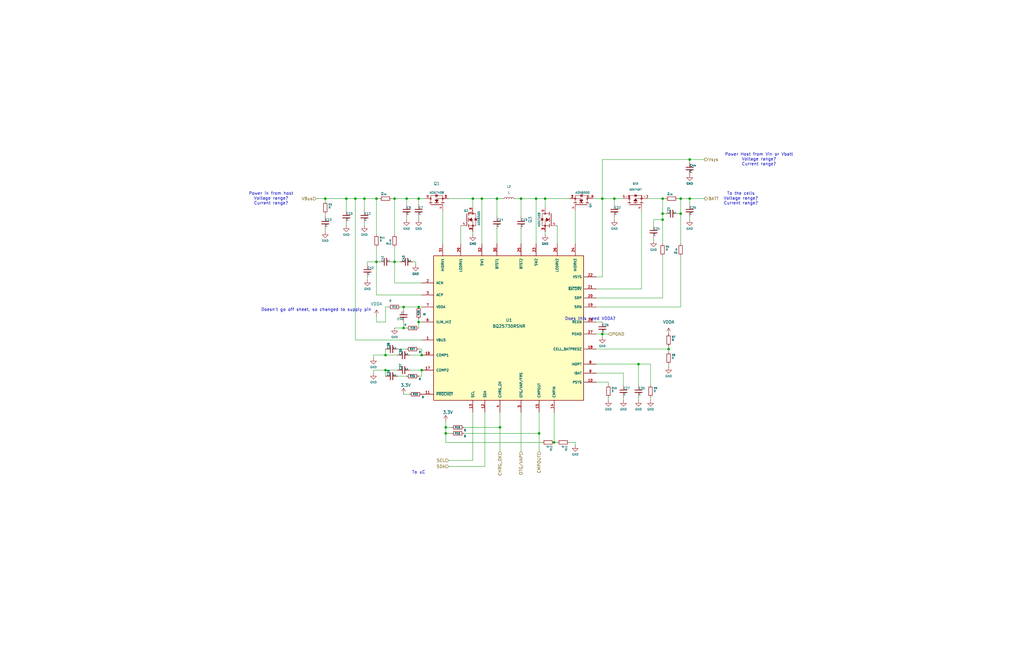
<source format=kicad_sch>
(kicad_sch (version 20250114) (generator "eeschema") (generator_version "9.0")
  (paper "B")
  (title_block (title "Battery Management System") (date "2025-04-20") (rev "0.0.3") (company "Portland State University") (comment 1 "Fernando Custodio, Tyler Tran") (comment 2 "Daniel Anishchenko, Cuauhtemoc Gomez, Cody Reid") (comment 3 "Capstone - Team #6"))
  (lib_symbols
    (symbol "AON6500_1" (pin_names (offset 1.016))
      (property "Reference" "Q" (at -8.89 2.54 0))
      (property "Value" "AON6500" (at -8.89 -7.62 0))
      (symbol "AON6500_1_0_0"
        (polyline (pts (xy 0 2.54) (xy 0 -2.54)) (stroke (width 0.254)))
        (polyline (pts (xy 0.762 3.175) (xy 0.762 2.54)) (stroke (width 0.254)))
        (polyline (pts (xy 0.762 2.54) (xy 0.762 1.905)) (stroke (width 0.254)))
        (polyline (pts (xy 0.762 2.54) (xy 3.81 2.54)) (stroke (width 0.1524)))
        (polyline (pts (xy 0.762 0.762) (xy 0.762 0)) (stroke (width 0.254)))
        (polyline (pts (xy 0.762 0) (xy 0.762 -0.762)) (stroke (width 0.254)))
        (polyline (pts (xy 0.762 0) (xy 2.54 0)) (stroke (width 0.1524)))
        (polyline (pts (xy 0.762 -1.905) (xy 0.762 -3.175)) (stroke (width 0.254)))
        (polyline (pts (xy 1.016 0) (xy 2.032 0.762) (xy 2.032 -0.762) (xy 1.016 0)) (stroke (width 0.1524)) (fill (type outline)))
        (circle (center 2.54 2.54) (radius 0.3592))
        (polyline (pts (xy 2.54 0) (xy 2.54 -2.54)) (stroke (width 0.1524)))
        (circle (center 2.54 -2.54) (radius 0.3592))
        (polyline (pts (xy 3.302 0.508) (xy 3.048 0.254)) (stroke (width 0.1524)))
        (polyline (pts (xy 3.81 2.54) (xy 3.81 0.508)) (stroke (width 0.1524)))
        (polyline (pts (xy 3.81 0.508) (xy 3.302 0.508)) (stroke (width 0.1524)))
        (polyline (pts (xy 3.81 0.508) (xy 3.81 -2.54)) (stroke (width 0.1524)))
        (polyline (pts (xy 3.81 0.508) (xy 3.302 -0.254) (xy 4.318 -0.254) (xy 3.81 0.508)) (stroke (width 0.1524)) (fill (type outline)))
        (polyline (pts (xy 3.81 -2.54) (xy 0.762 -2.54)) (stroke (width 0.1524)))
        (polyline (pts (xy 4.318 0.508) (xy 3.81 0.508)) (stroke (width 0.1524)))
        (polyline (pts (xy 4.572 0.762) (xy 4.318 0.508)) (stroke (width 0.1524)))
        (pin passive line (at -2.54 -2.54 0) (length 2.54) (name "~") (number "4"))
        (pin passive line (at 2.54 5.08 270) (length 2.54) (name "~") (number "5_8"))
        (pin passive line (at 2.54 -5.08 90) (length 2.54) (name "~") (number "1"))
        (pin passive line (at 2.54 -5.08 90) (length 2.54) (name "~") (number "2"))
        (pin passive line (at 2.54 -5.08 90) (length 2.54) (name "~") (number "3"))
      )
    )
    (symbol "AON7407:AON7407" (pin_names (offset 1.016))
      (property "Reference" "Q5" (at 8.89 0 90))
      (property "Value" "AON7407" (at 6.35 0 90))
      (symbol "AON7407_0_0"
        (polyline (pts (xy 0 -2.54) (xy 0 2.54)) (stroke (width 0.254)))
        (polyline (pts (xy 0.762 2.54) (xy 0.762 3.175)) (stroke (width 0.254)))
        (polyline (pts (xy 0.762 1.905) (xy 0.762 2.54)) (stroke (width 0.254)))
        (polyline (pts (xy 0.762 0) (xy 0.762 0.762)) (stroke (width 0.254)))
        (polyline (pts (xy 0.762 0) (xy 2.54 0)) (stroke (width 0.1524)))
        (polyline (pts (xy 0.762 -0.762) (xy 0.762 0)) (stroke (width 0.254)))
        (polyline (pts (xy 0.762 -2.54) (xy 0.762 -1.905)) (stroke (width 0.254)))
        (polyline (pts (xy 0.762 -2.54) (xy 3.81 -2.54)) (stroke (width 0.1524)))
        (polyline (pts (xy 0.762 -3.175) (xy 0.762 -2.54)) (stroke (width 0.254)))
        (polyline (pts (xy 2.54 2.54) (xy 0.762 2.54)) (stroke (width 0.1524)))
        (polyline (pts (xy 2.54 2.54) (xy 3.81 2.54)) (stroke (width 0.1524)))
        (circle (center 2.54 2.54) (radius 0.3592))
        (polyline (pts (xy 2.54 0) (xy 2.54 2.54)) (stroke (width 0.1524)))
        (polyline (pts (xy 2.54 0) (xy 1.524 0.762) (xy 1.524 -0.762) (xy 2.54 0)) (stroke (width 0.1524)) (fill (type outline)))
        (circle (center 2.54 -2.54) (radius 0.3592))
        (polyline (pts (xy 3.302 0.508) (xy 3.81 0.508)) (stroke (width 0.1524)))
        (polyline (pts (xy 3.81 0.508) (xy 3.81 2.54)) (stroke (width 0.1524)))
        (polyline (pts (xy 3.81 0.508) (xy 4.318 0.508)) (stroke (width 0.1524)))
        (polyline (pts (xy 3.81 0.508) (xy 4.318 -0.254) (xy 3.302 -0.254) (xy 3.81 0.508)) (stroke (width 0.1524)) (fill (type outline)))
        (polyline (pts (xy 3.81 -2.54) (xy 3.81 0.508)) (stroke (width 0.1524)))
        (pin passive line (at -2.54 2.54 0) (length 2.54) (name "~") (number "4"))
      )
      (symbol "AON7407_1_0"
        (pin passive line (at 2.54 5.08 270) (length 2.54) (name "~") (number "1-3"))
        (pin passive line (at 2.54 -5.08 90) (length 2.54) (name "~") (number "5-8"))
      )
    )
    (symbol "AON7408_1" (pin_names (offset 1.016))
      (property "Reference" "Q" (at -8.89 2.54 0))
      (property "Value" "AON7408" (at -8.89 -7.62 0))
      (symbol "AON7408_1_0_0"
        (polyline (pts (xy 0 2.54) (xy 0 -2.54)) (stroke (width 0.254)))
        (polyline (pts (xy 0.762 3.175) (xy 0.762 2.54)) (stroke (width 0.254)))
        (polyline (pts (xy 0.762 2.54) (xy 0.762 1.905)) (stroke (width 0.254)))
        (polyline (pts (xy 0.762 2.54) (xy 3.81 2.54)) (stroke (width 0.1524)))
        (polyline (pts (xy 0.762 0.762) (xy 0.762 0)) (stroke (width 0.254)))
        (polyline (pts (xy 0.762 0) (xy 0.762 -0.762)) (stroke (width 0.254)))
        (polyline (pts (xy 0.762 0) (xy 2.54 0)) (stroke (width 0.1524)))
        (polyline (pts (xy 0.762 -1.905) (xy 0.762 -3.175)) (stroke (width 0.254)))
        (polyline (pts (xy 1.016 0) (xy 2.032 0.762) (xy 2.032 -0.762) (xy 1.016 0)) (stroke (width 0.1524)) (fill (type outline)))
        (circle (center 2.54 2.54) (radius 0.3592))
        (polyline (pts (xy 2.54 0) (xy 2.54 -2.54)) (stroke (width 0.1524)))
        (circle (center 2.54 -2.54) (radius 0.3592))
        (polyline (pts (xy 3.302 0.508) (xy 3.048 0.254)) (stroke (width 0.1524)))
        (polyline (pts (xy 3.81 2.54) (xy 3.81 0.508)) (stroke (width 0.1524)))
        (polyline (pts (xy 3.81 0.508) (xy 3.302 0.508)) (stroke (width 0.1524)))
        (polyline (pts (xy 3.81 0.508) (xy 3.81 -2.54)) (stroke (width 0.1524)))
        (polyline (pts (xy 3.81 0.508) (xy 3.302 -0.254) (xy 4.318 -0.254) (xy 3.81 0.508)) (stroke (width 0.1524)) (fill (type outline)))
        (polyline (pts (xy 3.81 -2.54) (xy 0.762 -2.54)) (stroke (width 0.1524)))
        (polyline (pts (xy 4.318 0.508) (xy 3.81 0.508)) (stroke (width 0.1524)))
        (polyline (pts (xy 4.572 0.762) (xy 4.318 0.508)) (stroke (width 0.1524)))
        (pin passive line (at -2.54 -2.54 0) (length 2.54) (name "~") (number "4"))
        (pin passive line (at 2.54 5.08 270) (length 2.54) (name "~") (number "9"))
        (pin passive line (at 2.54 -5.08 90) (length 2.54) (name "~") (number "1"))
        (pin passive line (at 2.54 -5.08 90) (length 2.54) (name "~") (number "2"))
        (pin passive line (at 2.54 -5.08 90) (length 2.54) (name "~") (number "3"))
      )
    )
    (symbol "BQ25730RSNR_1" (pin_names (offset 1.016))
      (property "Reference" "U1" (at 0 2.032 0))
      (property "Value" "BQ25730RSNR" (at 0 -0.508 0))
      (symbol "BQ25730RSNR_1_0_0"
        (rectangle (start -31.75 29.21) (end 31.496 -31.75) (stroke (width 0.254)) (fill (type background)))
        (pin input line (at -36.83 17.78 0) (length 5.08) (name "ACN") (number "2"))
        (pin input line (at -36.83 12.7 0) (length 5.08) (name "ACP") (number "3"))
        (pin power_in line (at -36.83 7.62 0) (length 5.08) (name "VDDA") (number "7"))
        (pin input line (at -36.83 1.27 0) (length 5.08) (name "ILIM_HIZ") (number "6"))
        (pin power_in line (at -36.83 -6.35 0) (length 5.08) (name "VBUS") (number "1"))
        (pin input line (at -36.83 -12.7 0) (length 5.08) (name "COMP1") (number "16"))
        (pin input line (at -36.83 -19.05 0) (length 5.08) (name "COMP2") (number "17"))
        (pin output line (at -36.83 -29.21 0) (length 5.08) (name "~{PROCHOT}") (number "11"))
        (pin output line (at -27.94 34.29 270) (length 5.08) (name "HIDRV1") (number "31"))
        (pin output line (at -20.32 34.29 270) (length 5.08) (name "LODRV1") (number "29"))
        (pin output line (at -11.43 34.29 270) (length 5.08) (name "SW1") (number "32"))
        (pin bidirectional line (at -10.16 -36.83 90) (length 5.08) (name "SDA") (number "12"))
        (pin power_in line (at -5.08 34.29 270) (length 5.08) (name "BTST1") (number "30"))
        (pin output line (at -3.81 -36.83 90) (length 5.08) (name "CHRG_OK") (number "4"))
        (pin power_in line (at 5.08 34.29 270) (length 5.08) (name "BTST2") (number "25"))
        (pin input line (at 5.08 -36.83 90) (length 5.08) (name "OTG/VAP/FRS") (number "5"))
        (pin output line (at 11.43 34.29 270) (length 5.08) (name "SW2") (number "23"))
        (pin output line (at 12.7 -36.83 90) (length 5.08) (name "CMPOUT") (number "15"))
        (pin input line (at 19.05 -36.83 90) (length 5.08) (name "CMPIN") (number "14"))
        (pin output line (at 20.32 34.29 270) (length 5.08) (name "LODRV2") (number "26"))
        (pin output line (at 27.94 34.29 270) (length 5.08) (name "HIDRV2") (number "24"))
        (pin power_in line (at 36.83 20.32 180) (length 5.08) (name "VSYS") (number "22"))
        (pin output line (at 36.83 15.24 180) (length 5.08) (name "~{BATDRV}") (number "21"))
        (pin input line (at 36.83 11.43 180) (length 5.08) (name "SRP") (number "20"))
        (pin input line (at 36.83 7.62 180) (length 5.08) (name "SRN") (number "19"))
        (pin output line (at 36.83 1.27 180) (length 5.08) (name "REGN") (number "28"))
        (pin power_in line (at 36.83 -3.81 180) (length 5.08) (name "PGND") (number "27"))
        (pin input line (at 36.83 -10.16 180) (length 5.08) (name "CELL_BATPRESZ") (number "18"))
        (pin output line (at 36.83 -16.51 180) (length 5.08) (name "IADPT") (number "8"))
        (pin output line (at 36.83 -20.32 180) (length 5.08) (name "IBAT") (number "9"))
        (pin output line (at 36.83 -24.13 180) (length 5.08) (name "PSYS") (number "10"))
      )
      (symbol "BQ25730RSNR_1_1_0"
        (pin bidirectional line (at -15.24 -36.83 90) (length 5.08) (name "SCL") (number "13"))
      )
    )
    (symbol "Device:C_Small" (pin_numbers (hide yes)) (pin_names (offset 0.254) (hide yes))
      (property "Reference" "C" (at 0.254 1.778 0))
      (property "Value" "C_Small" (at 0.254 -2.032 0))
      (symbol "C_Small_0_1"
        (polyline (pts (xy -1.524 0.508) (xy 1.524 0.508)) (stroke (width 0.3048)))
        (polyline (pts (xy -1.524 -0.508) (xy 1.524 -0.508)) (stroke (width 0.3302)))
      )
      (symbol "C_Small_1_1"
        (pin passive line (at 0 2.54 270) (length 2.032) (name "~") (number "1"))
        (pin passive line (at 0 -2.54 90) (length 2.032) (name "~") (number "2"))
      )
    )
    (symbol "Device:L_Small" (pin_numbers (hide yes)) (pin_names (offset 0.254) (hide yes))
      (property "Reference" "L" (at 0.762 1.016 0))
      (property "Value" "L_Small" (at 0.762 -1.016 0))
      (symbol "L_Small_0_1"
        (arc (start 0 2.032) (mid 0.5058 1.524) (end 0 1.016))
        (arc (start 0 1.016) (mid 0.5058 0.508) (end 0 0))
        (arc (start 0 0) (mid 0.5058 -0.508) (end 0 -1.016))
        (arc (start 0 -1.016) (mid 0.5058 -1.524) (end 0 -2.032))
      )
      (symbol "L_Small_1_1"
        (pin passive line (at 0 2.54 270) (length 0.508) (name "~") (number "1"))
        (pin passive line (at 0 -2.54 90) (length 0.508) (name "~") (number "2"))
      )
    )
    (symbol "Device:R_Small" (pin_numbers (hide yes)) (pin_names (offset 0.254) (hide yes))
      (property "Reference" "R" (at 0 0 90))
      (property "Value" "R_Small" (at 1.778 0 90))
      (symbol "R_Small_0_1"
        (rectangle (start -0.762 1.778) (end 0.762 -1.778) (stroke (width 0.2032)))
      )
      (symbol "R_Small_1_1"
        (pin passive line (at 0 2.54 270) (length 0.762) (name "~") (number "1"))
        (pin passive line (at 0 -2.54 90) (length 0.762) (name "~") (number "2"))
      )
    )
    (symbol "power:GND" (power) (pin_numbers (hide yes)) (pin_names (offset 0) (hide yes))
      (property "Value" "GND" (at 0 -3.81 0))
      (symbol "GND_0_1"
        (polyline (pts (xy 0 0) (xy 0 -1.27) (xy 1.27 -1.27) (xy 0 -2.54) (xy -1.27 -1.27) (xy 0 -1.27)))
      )
      (symbol "GND_1_1"
        (pin power_in line (at 0 0 270) (length 0) (name "~") (number "1"))
      )
    )
    (symbol "power:VCC" (power) (pin_numbers (hide yes)) (pin_names (offset 0) (hide yes))
      (property "Value" "VCC" (at 0 3.556 0))
      (symbol "VCC_0_1"
        (polyline (pts (xy -0.762 1.27) (xy 0 2.54)))
        (polyline (pts (xy 0 2.54) (xy 0.762 1.27)))
        (polyline (pts (xy 0 0) (xy 0 2.54)))
      )
      (symbol "VCC_1_1"
        (pin power_in line (at 0 0 90) (length 0) (name "~") (number "1"))
      )
    )
  )
  (text "Does this need VDDA?" (at 248.92 134.62 0) (effects (font (size 1.27 1.27))))
  (text "To uC" (at 176.53 199.39 0) (effects (font (size 1.27 1.27))))
  (text "Doesn't go off sheet, so changed to supply pin\n" (at 133.35 130.81 0) (effects (font (size 1.27 1.27))))
  (text "Power in from host\nVoltage range?\nCurrent range?" (at 114.3 83.82 0) (effects (font (size 1.27 1.27))))
  (text "To the cells\nVoltage range?\nCurrent range?" (at 312.42 83.82 0) (effects (font (size 1.27 1.27))))
  (text "Power Host from Vin or Vbatt\nVoltage range?\nCurrent range?" (at 320.04 67.31 0) (effects (font (size 1.27 1.27))))
  (junction (at 137.16 83.82))
  (junction (at 187.96 182.88))
  (junction (at 210.82 180.34))
  (junction (at 254 140.97))
  (junction (at 158.75 110.49))
  (junction (at 170.18 138.43))
  (junction (at 290.83 83.82))
  (junction (at 281.94 147.32))
  (junction (at 233.68 186.69))
  (junction (at 162.56 149.86))
  (junction (at 171.45 83.82))
  (junction (at 290.83 67.31))
  (junction (at 287.02 90.17))
  (junction (at 229.87 83.82))
  (junction (at 187.96 180.34))
  (junction (at 199.39 83.82))
  (junction (at 176.53 83.82))
  (junction (at 149.86 83.82))
  (junction (at 166.37 83.82))
  (junction (at 209.55 83.82))
  (junction (at 158.75 83.82))
  (junction (at 153.67 83.82))
  (junction (at 287.02 83.82))
  (junction (at 176.53 135.89))
  (junction (at 177.8 156.21))
  (junction (at 162.56 156.21))
  (junction (at 146.05 83.82))
  (junction (at 226.06 83.82))
  (junction (at 279.4 90.17))
  (junction (at 177.8 149.86))
  (junction (at 279.4 83.82))
  (junction (at 219.71 83.82))
  (junction (at 254 83.82))
  (junction (at 170.18 129.54))
  (junction (at 259.08 83.82))
  (junction (at 203.2 83.82))
  (junction (at 166.37 110.49))
  (junction (at 176.53 129.54))
  (junction (at 269.24 153.67))
  (junction (at 279.4 92.71))
  (junction (at 227.33 182.88))
  (wire (pts (xy 229.87 97.79) (xy 229.87 99.06)))
  (wire (pts (xy 279.4 92.71) (xy 279.4 102.87)))
  (wire (pts (xy 154.94 116.84) (xy 154.94 118.11)))
  (wire (pts (xy 285.75 90.17) (xy 287.02 90.17)))
  (wire (pts (xy 287.02 83.82) (xy 290.83 83.82)))
  (wire (pts (xy 290.83 83.82) (xy 297.18 83.82)))
  (wire (pts (xy 275.59 100.33) (xy 275.59 101.6)))
  (wire (pts (xy 177.8 135.89) (xy 176.53 135.89)))
  (wire (pts (xy 157.48 149.86) (xy 162.56 149.86)))
  (wire (pts (xy 287.02 90.17) (xy 287.02 102.87)))
  (wire (pts (xy 269.24 153.67) (xy 274.32 153.67)))
  (wire (pts (xy 137.16 96.52) (xy 137.16 97.79)))
  (wire (pts (xy 167.64 158.75) (xy 171.45 158.75)))
  (wire (pts (xy 137.16 90.17) (xy 137.16 91.44)))
  (wire (pts (xy 195.58 180.34) (xy 210.82 180.34)))
  (wire (pts (xy 177.8 147.32) (xy 177.8 149.86)))
  (wire (pts (xy 187.96 180.34) (xy 190.5 180.34)))
  (wire (pts (xy 210.82 180.34) (xy 210.82 190.5)))
  (wire (pts (xy 259.08 83.82) (xy 259.08 86.36)))
  (wire (pts (xy 149.86 83.82) (xy 153.67 83.82)))
  (wire (pts (xy 133.35 83.82) (xy 137.16 83.82)))
  (wire (pts (xy 158.75 135.89) (xy 158.75 133.35)))
  (wire (pts (xy 171.45 83.82) (xy 176.53 83.82)))
  (wire (pts (xy 262.89 157.48) (xy 262.89 162.56)))
  (wire (pts (xy 203.2 83.82) (xy 203.2 102.87)))
  (wire (pts (xy 153.67 93.98) (xy 153.67 95.25)))
  (wire (pts (xy 137.16 83.82) (xy 137.16 85.09)))
  (wire (pts (xy 281.94 153.67) (xy 281.94 154.94)))
  (wire (pts (xy 251.46 125.73) (xy 279.4 125.73)))
  (wire (pts (xy 217.17 83.82) (xy 219.71 83.82)))
  (wire (pts (xy 158.75 83.82) (xy 160.02 83.82)))
  (wire (pts (xy 274.32 167.64) (xy 274.32 168.91)))
  (wire (pts (xy 158.75 110.49) (xy 160.02 110.49)))
  (wire (pts (xy 259.08 91.44) (xy 259.08 92.71)))
  (wire (pts (xy 250.19 83.82) (xy 254 83.82)))
  (wire (pts (xy 154.94 111.76) (xy 154.94 110.49)))
  (wire (pts (xy 199.39 83.82) (xy 203.2 83.82)))
  (wire (pts (xy 256.54 161.29) (xy 256.54 162.56)))
  (wire (pts (xy 189.23 194.31) (xy 199.39 194.31)))
  (wire (pts (xy 170.18 138.43) (xy 171.45 138.43)))
  (wire (pts (xy 270.51 88.9) (xy 270.51 121.92)))
  (wire (pts (xy 254 140.97) (xy 256.54 140.97)))
  (wire (pts (xy 177.8 143.51) (xy 149.86 143.51)))
  (wire (pts (xy 194.31 95.25) (xy 194.31 102.87)))
  (wire (pts (xy 176.53 158.75) (xy 177.8 158.75)))
  (wire (pts (xy 172.72 166.37) (xy 170.18 166.37)))
  (wire (pts (xy 227.33 173.99) (xy 227.33 182.88)))
  (wire (pts (xy 287.02 129.54) (xy 287.02 107.95)))
  (wire (pts (xy 226.06 83.82) (xy 229.87 83.82)))
  (wire (pts (xy 158.75 104.14) (xy 158.75 110.49)))
  (wire (pts (xy 176.53 135.89) (xy 176.53 138.43)))
  (wire (pts (xy 162.56 156.21) (xy 162.56 158.75)))
  (wire (pts (xy 171.45 83.82) (xy 171.45 86.36)))
  (wire (pts (xy 279.4 125.73) (xy 279.4 107.95)))
  (wire (pts (xy 186.69 88.9) (xy 186.69 102.87)))
  (wire (pts (xy 187.96 182.88) (xy 187.96 186.69)))
  (wire (pts (xy 275.59 95.25) (xy 275.59 92.71)))
  (wire (pts (xy 285.75 83.82) (xy 287.02 83.82)))
  (wire (pts (xy 240.03 186.69) (xy 242.57 186.69)))
  (wire (pts (xy 163.83 129.54) (xy 162.56 129.54)))
  (wire (pts (xy 229.87 83.82) (xy 240.03 83.82)))
  (wire (pts (xy 175.26 111.76) (xy 175.26 110.49)))
  (wire (pts (xy 168.91 129.54) (xy 170.18 129.54)))
  (wire (pts (xy 219.71 83.82) (xy 226.06 83.82)))
  (wire (pts (xy 187.96 177.8) (xy 187.96 180.34)))
  (wire (pts (xy 256.54 167.64) (xy 256.54 168.91)))
  (wire (pts (xy 176.53 129.54) (xy 177.8 129.54)))
  (wire (pts (xy 254 83.82) (xy 254 67.31)))
  (wire (pts (xy 170.18 129.54) (xy 176.53 129.54)))
  (wire (pts (xy 279.4 90.17) (xy 279.4 83.82)))
  (wire (pts (xy 269.24 153.67) (xy 269.24 162.56)))
  (wire (pts (xy 229.87 83.82) (xy 229.87 87.63)))
  (wire (pts (xy 251.46 157.48) (xy 262.89 157.48)))
  (wire (pts (xy 204.47 196.85) (xy 204.47 173.99)))
  (wire (pts (xy 290.83 91.44) (xy 290.83 92.71)))
  (wire (pts (xy 242.57 186.69) (xy 242.57 187.96)))
  (wire (pts (xy 270.51 121.92) (xy 251.46 121.92)))
  (wire (pts (xy 279.4 83.82) (xy 280.67 83.82)))
  (wire (pts (xy 166.37 104.14) (xy 166.37 110.49)))
  (wire (pts (xy 233.68 186.69) (xy 234.95 186.69)))
  (wire (pts (xy 176.53 83.82) (xy 176.53 86.36)))
  (wire (pts (xy 176.53 134.62) (xy 176.53 135.89)))
  (wire (pts (xy 219.71 83.82) (xy 219.71 91.44)))
  (wire (pts (xy 281.94 146.05) (xy 281.94 147.32)))
  (wire (pts (xy 254 116.84) (xy 254 83.82)))
  (wire (pts (xy 219.71 96.52) (xy 219.71 102.87)))
  (wire (pts (xy 162.56 149.86) (xy 167.64 149.86)))
  (wire (pts (xy 166.37 110.49) (xy 166.37 119.38)))
  (wire (pts (xy 209.55 83.82) (xy 209.55 91.44)))
  (wire (pts (xy 166.37 110.49) (xy 168.91 110.49)))
  (wire (pts (xy 281.94 147.32) (xy 281.94 148.59)))
  (wire (pts (xy 166.37 119.38) (xy 177.8 119.38)))
  (wire (pts (xy 251.46 116.84) (xy 254 116.84)))
  (wire (pts (xy 166.37 83.82) (xy 166.37 99.06)))
  (wire (pts (xy 158.75 124.46) (xy 177.8 124.46)))
  (wire (pts (xy 165.1 110.49) (xy 166.37 110.49)))
  (wire (pts (xy 203.2 83.82) (xy 209.55 83.82)))
  (wire (pts (xy 187.96 182.88) (xy 190.5 182.88)))
  (wire (pts (xy 199.39 97.79) (xy 199.39 99.06)))
  (wire (pts (xy 158.75 99.06) (xy 158.75 83.82)))
  (wire (pts (xy 166.37 83.82) (xy 171.45 83.82)))
  (wire (pts (xy 251.46 161.29) (xy 256.54 161.29)))
  (wire (pts (xy 199.39 83.82) (xy 199.39 87.63)))
  (wire (pts (xy 172.72 149.86) (xy 177.8 149.86)))
  (wire (pts (xy 176.53 147.32) (xy 177.8 147.32)))
  (wire (pts (xy 251.46 129.54) (xy 287.02 129.54)))
  (wire (pts (xy 158.75 110.49) (xy 158.75 124.46)))
  (wire (pts (xy 290.83 68.58) (xy 290.83 67.31)))
  (wire (pts (xy 162.56 147.32) (xy 162.56 149.86)))
  (wire (pts (xy 177.8 156.21) (xy 177.8 158.75)))
  (wire (pts (xy 149.86 143.51) (xy 149.86 83.82)))
  (wire (pts (xy 219.71 173.99) (xy 219.71 190.5)))
  (wire (pts (xy 199.39 194.31) (xy 199.39 173.99)))
  (wire (pts (xy 234.95 95.25) (xy 234.95 102.87)))
  (wire (pts (xy 251.46 153.67) (xy 269.24 153.67)))
  (wire (pts (xy 242.57 88.9) (xy 242.57 102.87)))
  (wire (pts (xy 162.56 129.54) (xy 162.56 135.89)))
  (wire (pts (xy 290.83 83.82) (xy 290.83 86.36)))
  (wire (pts (xy 170.18 129.54) (xy 170.18 130.81)))
  (wire (pts (xy 227.33 182.88) (xy 227.33 190.5)))
  (wire (pts (xy 275.59 92.71) (xy 279.4 92.71)))
  (wire (pts (xy 189.23 196.85) (xy 204.47 196.85)))
  (wire (pts (xy 251.46 135.89) (xy 254 135.89)))
  (wire (pts (xy 146.05 83.82) (xy 149.86 83.82)))
  (wire (pts (xy 279.4 90.17) (xy 279.4 92.71)))
  (wire (pts (xy 146.05 83.82) (xy 146.05 88.9)))
  (wire (pts (xy 162.56 135.89) (xy 158.75 135.89)))
  (wire (pts (xy 176.53 83.82) (xy 179.07 83.82)))
  (wire (pts (xy 226.06 83.82) (xy 226.06 102.87)))
  (wire (pts (xy 251.46 140.97) (xy 254 140.97)))
  (wire (pts (xy 259.08 83.82) (xy 262.89 83.82)))
  (wire (pts (xy 254 83.82) (xy 259.08 83.82)))
  (wire (pts (xy 157.48 157.48) (xy 157.48 156.21)))
  (wire (pts (xy 146.05 93.98) (xy 146.05 95.25)))
  (wire (pts (xy 274.32 153.67) (xy 274.32 162.56)))
  (wire (pts (xy 209.55 96.52) (xy 209.55 102.87)))
  (wire (pts (xy 165.1 83.82) (xy 166.37 83.82)))
  (wire (pts (xy 153.67 83.82) (xy 153.67 88.9)))
  (wire (pts (xy 170.18 135.89) (xy 170.18 138.43)))
  (wire (pts (xy 153.67 83.82) (xy 158.75 83.82)))
  (wire (pts (xy 195.58 182.88) (xy 227.33 182.88)))
  (wire (pts (xy 187.96 186.69) (xy 228.6 186.69)))
  (wire (pts (xy 287.02 90.17) (xy 287.02 83.82)))
  (wire (pts (xy 254 140.97) (xy 254 142.24)))
  (wire (pts (xy 280.67 90.17) (xy 279.4 90.17)))
  (wire (pts (xy 209.55 83.82) (xy 212.09 83.82)))
  (wire (pts (xy 251.46 147.32) (xy 281.94 147.32)))
  (wire (pts (xy 290.83 67.31) (xy 297.18 67.31)))
  (wire (pts (xy 157.48 151.13) (xy 157.48 149.86)))
  (wire (pts (xy 189.23 83.82) (xy 199.39 83.82)))
  (wire (pts (xy 233.68 173.99) (xy 233.68 186.69)))
  (wire (pts (xy 172.72 156.21) (xy 177.8 156.21)))
  (wire (pts (xy 137.16 83.82) (xy 146.05 83.82)))
  (wire (pts (xy 262.89 167.64) (xy 262.89 168.91)))
  (wire (pts (xy 167.64 147.32) (xy 171.45 147.32)))
  (wire (pts (xy 171.45 91.44) (xy 171.45 92.71)))
  (wire (pts (xy 187.96 180.34) (xy 187.96 182.88)))
  (wire (pts (xy 269.24 167.64) (xy 269.24 168.91)))
  (wire (pts (xy 154.94 110.49) (xy 158.75 110.49)))
  (wire (pts (xy 210.82 173.99) (xy 210.82 180.34)))
  (wire (pts (xy 166.37 138.43) (xy 170.18 138.43)))
  (wire (pts (xy 273.05 83.82) (xy 279.4 83.82)))
  (wire (pts (xy 175.26 110.49) (xy 173.99 110.49)))
  (wire (pts (xy 162.56 156.21) (xy 167.64 156.21)))
  (wire (pts (xy 176.53 91.44) (xy 176.53 92.71)))
  (wire (pts (xy 254 67.31) (xy 290.83 67.31)))
  (wire (pts (xy 157.48 156.21) (xy 162.56 156.21)))
  (hierarchical_label "BATT" (shape output) (at 297.18 83.82 0))
  (hierarchical_label "CMPOUT" (shape input) (at 227.33 190.5 270))
  (hierarchical_label "PGND" (shape input) (at 256.54 140.97 0))
  (hierarchical_label "OTG{slash}VAP" (shape input) (at 219.71 190.5 270))
  (hierarchical_label "SCL" (shape input) (at 189.23 194.31 180))
  (hierarchical_label "VBus" (shape input) (at 133.35 83.82 180))
  (hierarchical_label "CHRG_OK" (shape input) (at 210.82 190.5 270))
  (hierarchical_label "SDA" (shape input) (at 189.23 196.85 180))
  (hierarchical_label "Vsys" (shape output) (at 297.18 67.31 0))
  (symbol (lib_name "BQ25730RSNR_1") (lib_id "BQ25730RSNR:BQ25730RSNR") (at 214.63 137.16 0) (unit 1)
    (property "Reference" "U1" (at 214.63 135.128 0))
    (property "Value" "BQ25730RSNR" (at 214.63 137.668 0))
    (property "Footprint" "BQ25730RSNR:IC_BQ25730RSNR" (effects (hide yes)))
    (property "MF" "Texas Instruments" (effects (hide yes)))
    (property "MAXIMUM_PACKAGE_HEIGHT" "0.8 mm" (effects (hide yes)))
    (property "Package" "QFN-32 Texas Instruments" (effects (hide yes)))
    (property "Price" "None" (effects (hide yes)))
    (property "Check_prices" "https://www.snapeda.com/parts/BQ25730RSNR/Texas+Instruments/view-part/?ref=eda" (effects (hide yes)))
    (property "STANDARD" "Manufacturer Recommendations" (effects (hide yes)))
    (property "PARTREV" "February 2021" (effects (hide yes)))
    (property "SnapEDA_Link" "https://www.snapeda.com/parts/BQ25730RSNR/Texas+Instruments/view-part/?ref=snap" (effects (hide yes)))
    (property "MP" "BQ25730RSNR" (effects (hide yes)))
    (property "Description_1" "I²C 1-5 cell NVDC buck-boost battery charge controller with power path and USB-C® PD OTG" (effects (hide yes)))
    (property "MANUFACTURER" "Texas Instruments" (effects (hide yes)))
    (property "Availability" "In Stock" (effects (hide yes)))
    (property "SNAPEDA_PN" "BQ25730RSNR" (effects (hide yes)))
  )
  (symbol (lib_id "Device:C_Small") (at 290.83 88.9 0) (unit 1)
    (property "Reference" "C25" (at 290.83 87.63 0) (effects (font (size 0.889 0.889)) (justify left)))
    (property "Value" "C" (at 290.83 90.17 0) (effects (font (size 0.889 0.889)) (justify left)))
    (property "Description" "Unpolarized capacitor, small symbol" (effects (hide yes)))
  )
  (symbol (lib_id "Device:R_Small") (at 173.99 158.75 270) (unit 1)
    (property "Reference" "R36" (at 172.72 158.75 90) (effects (font (size 0.762 0.762)) (justify left)))
    (property "Value" "R" (at 176.53 160.02 90) (effects (font (size 0.889 0.889)) (justify left)))
    (property "Description" "Resistor, small symbol" (effects (hide yes)))
  )
  (symbol (lib_id "Device:R_Small") (at 256.54 165.1 0) (unit 1)
    (property "Reference" "R10" (at 257.81 163.83 0) (effects (font (size 0.762 0.762)) (justify left)))
    (property "Value" "R" (at 257.81 165.1 0) (effects (font (size 0.889 0.889)) (justify left)))
    (property "Description" "Resistor, small symbol" (effects (hide yes)))
  )
  (symbol (lib_id "power:GND") (at 175.26 111.76 0) (unit 1)
    (property "Reference" "#PWR069" (effects (hide yes)))
    (property "Value" "GND" (at 175.26 115.57 0) (effects (font (size 0.889 0.889))))
    (property "Description" "Power symbol creates a global label with name \"GND\" , ground" (effects (hide yes)))
  )
  (symbol (lib_name "AON6500_1") (lib_id "AON6500:AON6500") (at 245.11 86.36 270) (mirror x) (unit 1)
    (property "Reference" "Q4" (at 248.92 87.63 0) (effects (font (size 0.889 0.889)) (justify left)))
    (property "Value" "AON6500" (at 242.57 81.28 90) (effects (font (size 0.889 0.889)) (justify left)))
    (property "Footprint" "AON6500:TRANS_AON6500" (effects (hide yes)))
    (property "PARTREV" "F" (effects (hide yes)))
    (property "MANUFACTURER" "Alpha and Omega" (effects (hide yes)))
    (property "MAXIMUM_PACKAGE_HEIGHT" "1 mm" (effects (hide yes)))
    (property "STANDARD" "Manufacturer Recommendations" (effects (hide yes)))
  )
  (symbol (lib_id "power:GND") (at 290.83 73.66 0) (unit 1)
    (property "Reference" "#PWR043" (effects (hide yes)))
    (property "Value" "GND" (at 290.83 77.47 0) (effects (font (size 0.889 0.889))))
    (property "Description" "Power symbol creates a global label with name \"GND\" , ground" (effects (hide yes)))
  )
  (symbol (lib_id "power:GND") (at 171.45 92.71 0) (unit 1)
    (property "Reference" "#PWR034" (effects (hide yes)))
    (property "Value" "GND" (at 171.45 96.52 0) (effects (font (size 0.889 0.889))))
    (property "Description" "Power symbol creates a global label with name \"GND\" , ground" (effects (hide yes)))
  )
  (symbol (lib_id "Device:R_Small") (at 281.94 151.13 0) (unit 1)
    (property "Reference" "R8" (at 283.21 149.86 0) (effects (font (size 0.762 0.762)) (justify left)))
    (property "Value" "R" (at 283.21 151.13 0) (effects (font (size 0.889 0.889)) (justify left)))
    (property "Description" "Resistor, small symbol" (effects (hide yes)))
  )
  (symbol (lib_id "Device:R_Small") (at 166.37 101.6 180) (unit 1)
    (property "Reference" "R42" (at 165.1 102.87 0) (effects (font (size 0.762 0.762)) (justify left)))
    (property "Value" "R" (at 165.1 101.6 0) (effects (font (size 0.889 0.889)) (justify left)))
    (property "Description" "Resistor, small symbol" (effects (hide yes)))
  )
  (symbol (lib_id "power:GND") (at 176.53 92.71 0) (unit 1)
    (property "Reference" "#PWR035" (effects (hide yes)))
    (property "Value" "GND" (at 176.53 96.52 0) (effects (font (size 0.889 0.889))))
    (property "Description" "Power symbol creates a global label with name \"GND\" , ground" (effects (hide yes)))
  )
  (symbol (lib_id "Device:R_Small") (at 237.49 186.69 270) (unit 1)
    (property "Reference" "R11" (at 238.76 187.96 0) (effects (font (size 0.762 0.762)) (justify left)))
    (property "Value" "R" (at 237.49 187.96 0) (effects (font (size 0.889 0.889)) (justify left)))
    (property "Description" "Resistor, small symbol" (effects (hide yes)))
  )
  (symbol (lib_id "Device:R_Small") (at 287.02 105.41 180) (unit 1)
    (property "Reference" "R6" (at 285.75 106.68 0) (effects (font (size 0.762 0.762)) (justify left)))
    (property "Value" "R" (at 285.75 105.41 0) (effects (font (size 0.889 0.889)) (justify left)))
    (property "Description" "Resistor, small symbol" (effects (hide yes)))
  )
  (symbol (lib_id "Device:R_Small") (at 158.75 101.6 0) (unit 1)
    (property "Reference" "R41" (at 160.02 100.33 0) (effects (font (size 0.762 0.762)) (justify left)))
    (property "Value" "R" (at 160.02 101.6 0) (effects (font (size 0.889 0.889)) (justify left)))
    (property "Description" "Resistor, small symbol" (effects (hide yes)))
  )
  (symbol (lib_id "Device:C_Small") (at 170.18 149.86 90) (unit 1)
    (property "Reference" "C36" (at 168.91 149.86 0) (effects (font (size 0.889 0.889)) (justify left)))
    (property "Value" "C" (at 171.45 149.86 0) (effects (font (size 0.889 0.889)) (justify left)))
    (property "Description" "Unpolarized capacitor, small symbol" (effects (hide yes)))
  )
  (symbol (lib_id "Device:C_Small") (at 170.18 133.35 180) (unit 1)
    (property "Reference" "C40" (at 170.18 134.62 0) (effects (font (size 0.889 0.889)) (justify left)))
    (property "Value" "C" (at 170.18 132.08 0) (effects (font (size 0.889 0.889)) (justify left)))
    (property "Description" "Unpolarized capacitor, small symbol" (effects (hide yes)))
  )
  (symbol (lib_id "power:GND") (at 199.39 99.06 0) (unit 1)
    (property "Reference" "#PWR039" (effects (hide yes)))
    (property "Value" "GND" (at 199.39 102.87 0) (effects (font (size 0.889 0.889))))
    (property "Description" "Power symbol creates a global label with name \"GND\" , ground" (effects (hide yes)))
  )
  (symbol (lib_name "AON7408_1") (lib_id "AON7408:AON7408") (at 232.41 92.71 0) (mirror y) (unit 1)
    (property "Reference" "Q3" (at 223.52 92.71 90))
    (property "Value" "AON7408" (at 227.33 92.71 90) (effects (font (size 0.889 0.889))))
    (property "Footprint" "AON7408:TRANS_AON7408" (effects (hide yes)))
    (property "PARTREV" "G" (effects (hide yes)))
    (property "STANDARD" "Manufacturer Recommendations" (effects (hide yes)))
    (property "MAXIMUM_PACKAGE_HEIGHT" "0.90 mm" (effects (hide yes)))
    (property "MANUFACTURER" "Alpha & Omega Semiconductor" (effects (hide yes)))
  )
  (symbol (lib_id "power:GND") (at 166.37 138.43 0) (unit 1)
    (property "Reference" "#PWR067" (effects (hide yes)))
    (property "Value" "GND" (at 166.37 142.24 0) (effects (font (size 0.889 0.889))))
    (property "Description" "Power symbol creates a global label with name \"GND\" , ground" (effects (hide yes)))
  )
  (symbol (lib_id "power:GND") (at 229.87 99.06 0) (unit 1)
    (property "Reference" "#PWR040" (effects (hide yes)))
    (property "Value" "GND" (at 229.87 102.87 0) (effects (font (size 0.889 0.889))))
    (property "Description" "Power symbol creates a global label with name \"GND\" , ground" (effects (hide yes)))
  )
  (symbol (lib_id "Device:C_Small") (at 219.71 93.98 0) (unit 1)
    (property "Reference" "C15" (at 219.71 92.71 0) (effects (font (size 0.889 0.889)) (justify left)))
    (property "Value" "C" (at 219.71 95.25 0) (effects (font (size 0.889 0.889)) (justify left)))
    (property "Description" "Unpolarized capacitor, small symbol" (effects (hide yes)))
  )
  (symbol (lib_id "Device:R_Small") (at 173.99 138.43 90) (unit 1)
    (property "Reference" "R38" (at 175.26 138.43 90) (effects (font (size 0.762 0.762)) (justify left)))
    (property "Value" "R" (at 171.45 137.16 90) (effects (font (size 0.889 0.889)) (justify left)))
    (property "Description" "Resistor, small symbol" (effects (hide yes)))
  )
  (symbol (lib_id "Device:R_Small") (at 137.16 87.63 0) (unit 1)
    (property "Reference" "R3" (at 138.43 86.36 0) (effects (font (size 0.762 0.762)) (justify left)))
    (property "Value" "R" (at 138.43 87.63 0) (effects (font (size 0.889 0.889)) (justify left)))
    (property "Description" "Resistor, small symbol" (effects (hide yes)))
  )
  (symbol (lib_id "Device:C_Small") (at 275.59 97.79 0) (unit 1)
    (property "Reference" "C24" (at 275.59 96.52 0) (effects (font (size 0.889 0.889)) (justify left)))
    (property "Value" "C" (at 275.59 99.06 0) (effects (font (size 0.889 0.889)) (justify left)))
    (property "Description" "Unpolarized capacitor, small symbol" (effects (hide yes)))
  )
  (symbol (lib_id "power:GND") (at 157.48 151.13 0) (unit 1)
    (property "Reference" "#PWR066" (effects (hide yes)))
    (property "Value" "GND" (at 157.48 154.94 0) (effects (font (size 0.889 0.889))))
    (property "Description" "Power symbol creates a global label with name \"GND\" , ground" (effects (hide yes)))
  )
  (symbol (lib_id "power:GND") (at 157.48 157.48 0) (unit 1)
    (property "Reference" "#PWR065" (effects (hide yes)))
    (property "Value" "GND" (at 157.48 161.29 0) (effects (font (size 0.889 0.889))))
    (property "Description" "Power symbol creates a global label with name \"GND\" , ground" (effects (hide yes)))
  )
  (symbol (lib_id "Device:R_Small") (at 281.94 143.51 0) (unit 1)
    (property "Reference" "R7" (at 283.21 142.24 0) (effects (font (size 0.762 0.762)) (justify left)))
    (property "Value" "R" (at 283.21 143.51 0) (effects (font (size 0.889 0.889)) (justify left)))
    (property "Description" "Resistor, small symbol" (effects (hide yes)))
  )
  (symbol (lib_id "Device:C_Small") (at 154.94 114.3 0) (unit 1)
    (property "Reference" "C42" (at 154.94 113.03 0) (effects (font (size 0.889 0.889)) (justify left)))
    (property "Value" "C" (at 154.94 115.57 0) (effects (font (size 0.889 0.889)) (justify left)))
    (property "Description" "Unpolarized capacitor, small symbol" (effects (hide yes)))
  )
  (symbol (lib_id "power:GND") (at 242.57 187.96 0) (unit 1)
    (property "Reference" "#PWR064" (effects (hide yes)))
    (property "Value" "GND" (at 242.57 191.77 0) (effects (font (size 0.889 0.889))))
    (property "Description" "Power symbol creates a global label with name \"GND\" , ground" (effects (hide yes)))
  )
  (symbol (lib_id "power:GND") (at 254 142.24 0) (unit 1)
    (property "Reference" "#PWR058" (effects (hide yes)))
    (property "Value" "GND" (at 254 146.05 0) (effects (font (size 0.889 0.889))))
    (property "Description" "Power symbol creates a global label with name \"GND\" , ground" (effects (hide yes)))
  )
  (symbol (lib_id "power:GND") (at 137.16 97.79 0) (unit 1)
    (property "Reference" "#PWR038" (effects (hide yes)))
    (property "Value" "GND" (at 137.16 101.6 0) (effects (font (size 0.889 0.889))))
    (property "Description" "Power symbol creates a global label with name \"GND\" , ground" (effects (hide yes)))
  )
  (symbol (lib_id "Device:C_Small") (at 171.45 88.9 0) (unit 1)
    (property "Reference" "C9" (at 171.45 87.63 0) (effects (font (size 0.889 0.889)) (justify left)))
    (property "Value" "C" (at 171.45 90.17 0) (effects (font (size 0.889 0.889)) (justify left)))
    (property "Description" "Unpolarized capacitor, small symbol" (effects (hide yes)))
  )
  (symbol (lib_id "power:VCC") (at 170.18 166.37 0) (unit 1)
    (property "Reference" "#PWR03" (effects (hide yes)))
    (property "Value" "3.3V" (at 168.91 162.56 0) (effects (justify left)))
    (property "Description" "Power symbol creates a global label with name \"VCC\"" (effects (hide yes)))
  )
  (symbol (lib_id "power:GND") (at 256.54 168.91 0) (unit 1)
    (property "Reference" "#PWR060" (effects (hide yes)))
    (property "Value" "GND" (at 256.54 172.72 0) (effects (font (size 0.889 0.889))))
    (property "Description" "Power symbol creates a global label with name \"GND\" , ground" (effects (hide yes)))
  )
  (symbol (lib_id "power:GND") (at 146.05 95.25 0) (unit 1)
    (property "Reference" "#PWR036" (effects (hide yes)))
    (property "Value" "GND" (at 146.05 99.06 0) (effects (font (size 0.889 0.889))))
    (property "Description" "Power symbol creates a global label with name \"GND\" , ground" (effects (hide yes)))
  )
  (symbol (lib_id "Device:R_Small") (at 166.37 129.54 90) (unit 1)
    (property "Reference" "R40" (at 167.64 129.54 90) (effects (font (size 0.762 0.762)) (justify left)))
    (property "Value" "R" (at 165.1 127 90) (effects (font (size 0.889 0.889)) (justify left)))
    (property "Description" "Resistor, small symbol" (effects (hide yes)))
  )
  (symbol (lib_id "Device:C_Small") (at 162.56 110.49 90) (unit 1)
    (property "Reference" "C41" (at 161.29 110.49 0) (effects (font (size 0.889 0.889)) (justify left)))
    (property "Value" "C" (at 163.83 110.49 0) (effects (font (size 0.889 0.889)) (justify left)))
    (property "Description" "Unpolarized capacitor, small symbol" (effects (hide yes)))
  )
  (symbol (lib_id "Device:R_Small") (at 162.56 83.82 90) (unit 1)
    (property "Reference" "R2" (at 161.29 82.55 0) (effects (font (size 0.762 0.762)) (justify left)))
    (property "Value" "R" (at 162.56 82.55 0) (effects (font (size 0.889 0.889)) (justify left)))
    (property "Description" "Resistor, small symbol" (effects (hide yes)))
  )
  (symbol (lib_id "Device:L_Small") (at 214.63 83.82 90) (unit 1)
    (property "Reference" "L2" (at 214.63 78.74 90) (effects (font (size 0.889 0.889))))
    (property "Value" "L" (at 214.63 81.28 90) (effects (font (size 0.889 0.889))))
    (property "Description" "Inductor, small symbol" (effects (hide yes)))
  )
  (symbol (lib_id "Device:C_Small") (at 165.1 158.75 90) (unit 1)
    (property "Reference" "C39" (at 163.83 158.75 0) (effects (font (size 0.889 0.889)) (justify left)))
    (property "Value" "C" (at 166.37 158.75 0) (effects (font (size 0.889 0.889)) (justify left)))
    (property "Description" "Unpolarized capacitor, small symbol" (effects (hide yes)))
  )
  (symbol (lib_id "Device:C_Small") (at 171.45 110.49 90) (unit 1)
    (property "Reference" "C43" (at 170.18 110.49 0) (effects (font (size 0.889 0.889)) (justify left)))
    (property "Value" "C" (at 172.72 110.49 0) (effects (font (size 0.889 0.889)) (justify left)))
    (property "Description" "Unpolarized capacitor, small symbol" (effects (hide yes)))
  )
  (symbol (lib_id "Device:C_Small") (at 209.55 93.98 0) (unit 1)
    (property "Reference" "C14" (at 209.55 92.71 0) (effects (font (size 0.889 0.889)) (justify left)))
    (property "Value" "C" (at 209.55 95.25 0) (effects (font (size 0.889 0.889)) (justify left)))
    (property "Description" "Unpolarized capacitor, small symbol" (effects (hide yes)))
  )
  (symbol (lib_id "Device:R_Small") (at 231.14 186.69 270) (unit 1)
    (property "Reference" "R12" (at 232.41 187.96 0) (effects (font (size 0.762 0.762)) (justify left)))
    (property "Value" "R" (at 231.14 187.96 0) (effects (font (size 0.889 0.889)) (justify left)))
    (property "Description" "Resistor, small symbol" (effects (hide yes)))
  )
  (symbol (lib_id "Device:R_Small") (at 274.32 165.1 0) (unit 1)
    (property "Reference" "R9" (at 275.59 163.83 0) (effects (font (size 0.762 0.762)) (justify left)))
    (property "Value" "R" (at 275.59 165.1 0) (effects (font (size 0.889 0.889)) (justify left)))
    (property "Description" "Resistor, small symbol" (effects (hide yes)))
  )
  (symbol (lib_id "Device:R_Small") (at 175.26 166.37 270) (unit 1)
    (property "Reference" "R35" (at 173.99 166.37 90) (effects (font (size 0.762 0.762)) (justify left)))
    (property "Value" "R" (at 177.8 167.64 90) (effects (font (size 0.889 0.889)) (justify left)))
    (property "Description" "Resistor, small symbol" (effects (hide yes)))
  )
  (symbol (lib_id "Device:C_Small") (at 146.05 91.44 0) (unit 1)
    (property "Reference" "C10" (at 146.05 90.17 0) (effects (font (size 0.889 0.889)) (justify left)))
    (property "Value" "C" (at 146.05 92.71 0) (effects (font (size 0.889 0.889)) (justify left)))
    (property "Description" "Unpolarized capacitor, small symbol" (effects (hide yes)))
  )
  (symbol (lib_id "power:GND") (at 269.24 168.91 0) (unit 1)
    (property "Reference" "#PWR062" (effects (hide yes)))
    (property "Value" "GND" (at 269.24 172.72 0) (effects (font (size 0.889 0.889))))
    (property "Description" "Power symbol creates a global label with name \"GND\" , ground" (effects (hide yes)))
  )
  (symbol (lib_id "Device:C_Small") (at 254 138.43 0) (unit 1)
    (property "Reference" "C26" (at 254 137.16 0) (effects (font (size 0.889 0.889)) (justify left)))
    (property "Value" "C" (at 254 139.7 0) (effects (font (size 0.889 0.889)) (justify left)))
    (property "Description" "Unpolarized capacitor, small symbol" (effects (hide yes)))
  )
  (symbol (lib_id "power:VCC") (at 158.75 133.35 0) (unit 1)
    (property "Reference" "#PWR04" (effects (hide yes)))
    (property "Value" "VDDA" (at 158.75 128.27 0))
    (property "Description" "Power symbol creates a global label with name \"VCC\"" (effects (hide yes)))
  )
  (symbol (lib_id "power:VCC") (at 187.96 177.8 0) (unit 1)
    (property "Reference" "#PWR01" (effects (hide yes)))
    (property "Value" "3.3V" (at 186.69 173.99 0) (effects (justify left)))
    (property "Description" "Power symbol creates a global label with name \"VCC\"" (effects (hide yes)))
  )
  (symbol (lib_id "AON7407:AON7407") (at 267.97 86.36 270) (mirror x) (unit 1)
    (property "Reference" "Q10" (at 267.97 77.47 90) (effects (font (size 0.762 0.762))))
    (property "Value" "AON7407" (at 267.97 80.01 90) (effects (font (size 0.762 0.762))))
    (property "Footprint" "AON7407:TRANS_AON7407" (effects (hide yes)))
    (property "MF" "Alpha & Omega Semiconductor" (effects (hide yes)))
    (property "MAXIMUM_PACKAGE_HEIGHT" "0.9mm" (effects (hide yes)))
    (property "Package" "DFN-8 Alpha &amp;" (effects (hide yes)))
    (property "Price" "None" (effects (hide yes)))
    (property "Check_prices" "https://www.snapeda.com/parts/AON7407/Alpha/view-part/?ref=eda" (effects (hide yes)))
    (property "STANDARD" "Manufacturer Recommendations" (effects (hide yes)))
    (property "PARTREV" "0" (effects (hide yes)))
    (property "SnapEDA_Link" "https://www.snapeda.com/parts/AON7407/Alpha/view-part/?ref=snap" (effects (hide yes)))
    (property "MP" "AON7407" (effects (hide yes)))
    (property "Description_1" "P-Channel 20 V 14.5A (Ta), 40A (Tc) 3.1W (Ta), 29W (Tc) Surface Mount 8-DFN-EP (3x3)" (effects (hide yes)))
    (property "Availability" "In Stock" (effects (hide yes)))
    (property "MANUFACTURER" "Alpha Omega" (effects (hide yes)))
  )
  (symbol (lib_id "Device:R_Small") (at 173.99 147.32 270) (unit 1)
    (property "Reference" "R37" (at 172.72 147.32 90) (effects (font (size 0.762 0.762)) (justify left)))
    (property "Value" "R" (at 176.53 148.59 90) (effects (font (size 0.889 0.889)) (justify left)))
    (property "Description" "Resistor, small symbol" (effects (hide yes)))
  )
  (symbol (lib_name "AON7408_1") (lib_id "AON7408:AON7408") (at 184.15 86.36 90) (unit 1)
    (property "Reference" "Q1" (at 184.15 77.47 90))
    (property "Value" "AON7408" (at 184.15 81.28 90) (effects (font (size 0.889 0.889))))
    (property "Footprint" "AON7408:TRANS_AON7408" (effects (hide yes)))
    (property "PARTREV" "G" (effects (hide yes)))
    (property "STANDARD" "Manufacturer Recommendations" (effects (hide yes)))
    (property "MAXIMUM_PACKAGE_HEIGHT" "0.90 mm" (effects (hide yes)))
    (property "MANUFACTURER" "Alpha & Omega Semiconductor" (effects (hide yes)))
  )
  (symbol (lib_id "Device:R_Small") (at 283.21 83.82 90) (unit 1)
    (property "Reference" "R4" (at 281.94 82.55 0) (effects (font (size 0.762 0.762)) (justify left)))
    (property "Value" "R" (at 283.21 82.55 0) (effects (font (size 0.889 0.889)) (justify left)))
    (property "Description" "Resistor, small symbol" (effects (hide yes)))
  )
  (symbol (lib_id "Device:R_Small") (at 193.04 180.34 270) (unit 1)
    (property "Reference" "R15" (at 191.77 180.34 90) (effects (font (size 0.762 0.762)) (justify left)))
    (property "Value" "R" (at 195.58 181.61 90) (effects (font (size 0.889 0.889)) (justify left)))
    (property "Description" "Resistor, small symbol" (effects (hide yes)))
  )
  (symbol (lib_id "power:VCC") (at 281.94 140.97 0) (unit 1)
    (property "Reference" "#PWR02" (effects (hide yes)))
    (property "Value" "VDDA" (at 281.94 135.89 0))
    (property "Description" "Power symbol creates a global label with name \"VCC\"" (effects (hide yes)))
  )
  (symbol (lib_id "Device:C_Small") (at 290.83 71.12 0) (unit 1)
    (property "Reference" "C44" (at 290.83 69.85 0) (effects (font (size 0.889 0.889)) (justify left)))
    (property "Value" "C" (at 290.83 72.39 0) (effects (font (size 0.889 0.889)) (justify left)))
    (property "Description" "Unpolarized capacitor, small symbol" (effects (hide yes)))
  )
  (symbol (lib_id "Device:R_Small") (at 176.53 132.08 180) (unit 1)
    (property "Reference" "R39" (at 176.53 130.81 90) (effects (font (size 0.762 0.762)) (justify left)))
    (property "Value" "R" (at 179.07 132.08 90) (effects (font (size 0.889 0.889)) (justify left)))
    (property "Description" "Resistor, small symbol" (effects (hide yes)))
  )
  (symbol (lib_id "power:GND") (at 290.83 92.71 0) (unit 1)
    (property "Reference" "#PWR049" (effects (hide yes)))
    (property "Value" "GND" (at 290.83 96.52 0) (effects (font (size 0.889 0.889))))
    (property "Description" "Power symbol creates a global label with name \"GND\" , ground" (effects (hide yes)))
  )
  (symbol (lib_id "Device:C_Small") (at 176.53 88.9 0) (unit 1)
    (property "Reference" "C7" (at 176.53 87.63 0) (effects (font (size 0.889 0.889)) (justify left)))
    (property "Value" "C" (at 176.53 90.17 0) (effects (font (size 0.889 0.889)) (justify left)))
    (property "Description" "Unpolarized capacitor, small symbol" (effects (hide yes)))
  )
  (symbol (lib_id "Device:C_Small") (at 262.89 165.1 0) (unit 1)
    (property "Reference" "C27" (at 262.89 163.83 0) (effects (font (size 0.889 0.889)) (justify left)))
    (property "Value" "C" (at 262.89 166.37 0) (effects (font (size 0.889 0.889)) (justify left)))
    (property "Description" "Unpolarized capacitor, small symbol" (effects (hide yes)))
  )
  (symbol (lib_id "Device:C_Small") (at 165.1 147.32 90) (unit 1)
    (property "Reference" "C38" (at 163.83 147.32 0) (effects (font (size 0.889 0.889)) (justify left)))
    (property "Value" "C" (at 166.37 147.32 0) (effects (font (size 0.889 0.889)) (justify left)))
    (property "Description" "Unpolarized capacitor, small symbol" (effects (hide yes)))
  )
  (symbol (lib_id "power:GND") (at 274.32 168.91 0) (unit 1)
    (property "Reference" "#PWR063" (effects (hide yes)))
    (property "Value" "GND" (at 274.32 172.72 0) (effects (font (size 0.889 0.889))))
    (property "Description" "Power symbol creates a global label with name \"GND\" , ground" (effects (hide yes)))
  )
  (symbol (lib_id "power:GND") (at 281.94 154.94 0) (unit 1)
    (property "Reference" "#PWR059" (effects (hide yes)))
    (property "Value" "GND" (at 281.94 158.75 0) (effects (font (size 0.889 0.889))))
    (property "Description" "Power symbol creates a global label with name \"GND\" , ground" (effects (hide yes)))
  )
  (symbol (lib_id "power:GND") (at 259.08 92.71 0) (unit 1)
    (property "Reference" "#PWR041" (effects (hide yes)))
    (property "Value" "GND" (at 259.08 96.52 0) (effects (font (size 0.889 0.889))))
    (property "Description" "Power symbol creates a global label with name \"GND\" , ground" (effects (hide yes)))
  )
  (symbol (lib_id "Device:C_Small") (at 283.21 90.17 90) (unit 1)
    (property "Reference" "C23" (at 281.94 90.17 0) (effects (font (size 0.889 0.889)) (justify left)))
    (property "Value" "C" (at 284.48 90.17 0) (effects (font (size 0.889 0.889)) (justify left)))
    (property "Description" "Unpolarized capacitor, small symbol" (effects (hide yes)))
  )
  (symbol (lib_id "Device:C_Small") (at 153.67 91.44 0) (unit 1)
    (property "Reference" "C12" (at 153.67 90.17 0) (effects (font (size 0.889 0.889)) (justify left)))
    (property "Value" "C" (at 153.67 92.71 0) (effects (font (size 0.889 0.889)) (justify left)))
    (property "Description" "Unpolarized capacitor, small symbol" (effects (hide yes)))
  )
  (symbol (lib_id "power:GND") (at 262.89 168.91 0) (unit 1)
    (property "Reference" "#PWR061" (effects (hide yes)))
    (property "Value" "GND" (at 262.89 172.72 0) (effects (font (size 0.889 0.889))))
    (property "Description" "Power symbol creates a global label with name \"GND\" , ground" (effects (hide yes)))
  )
  (symbol (lib_id "Device:C_Small") (at 137.16 93.98 0) (unit 1)
    (property "Reference" "C13" (at 137.16 92.71 0) (effects (font (size 0.889 0.889)) (justify left)))
    (property "Value" "C" (at 137.16 95.25 0) (effects (font (size 0.889 0.889)) (justify left)))
    (property "Description" "Unpolarized capacitor, small symbol" (effects (hide yes)))
  )
  (symbol (lib_id "power:GND") (at 153.67 95.25 0) (unit 1)
    (property "Reference" "#PWR037" (effects (hide yes)))
    (property "Value" "GND" (at 153.67 99.06 0) (effects (font (size 0.889 0.889))))
    (property "Description" "Power symbol creates a global label with name \"GND\" , ground" (effects (hide yes)))
  )
  (symbol (lib_id "Device:R_Small") (at 193.04 182.88 270) (unit 1)
    (property "Reference" "R16" (at 191.77 182.88 90) (effects (font (size 0.762 0.762)) (justify left)))
    (property "Value" "R" (at 195.58 184.15 90) (effects (font (size 0.889 0.889)) (justify left)))
    (property "Description" "Resistor, small symbol" (effects (hide yes)))
  )
  (symbol (lib_name "AON6500_1") (lib_id "AON6500:AON6500") (at 196.85 92.71 0) (unit 1)
    (property "Reference" "Q2" (at 195.58 88.9 0) (effects (font (size 0.889 0.889)) (justify left)))
    (property "Value" "AON6500" (at 201.93 95.25 90) (effects (font (size 0.889 0.889)) (justify left)))
    (property "Footprint" "AON6500:TRANS_AON6500" (effects (hide yes)))
    (property "PARTREV" "F" (effects (hide yes)))
    (property "MANUFACTURER" "Alpha and Omega" (effects (hide yes)))
    (property "MAXIMUM_PACKAGE_HEIGHT" "1 mm" (effects (hide yes)))
    (property "STANDARD" "Manufacturer Recommendations" (effects (hide yes)))
  )
  (symbol (lib_id "Device:C_Small") (at 170.18 156.21 90) (unit 1)
    (property "Reference" "C37" (at 168.91 156.21 0) (effects (font (size 0.889 0.889)) (justify left)))
    (property "Value" "C" (at 171.45 156.21 0) (effects (font (size 0.889 0.889)) (justify left)))
    (property "Description" "Unpolarized capacitor, small symbol" (effects (hide yes)))
  )
  (symbol (lib_id "power:GND") (at 154.94 118.11 0) (unit 1)
    (property "Reference" "#PWR068" (effects (hide yes)))
    (property "Value" "GND" (at 154.94 121.92 0) (effects (font (size 0.889 0.889))))
    (property "Description" "Power symbol creates a global label with name \"GND\" , ground" (effects (hide yes)))
  )
  (symbol (lib_id "Device:R_Small") (at 279.4 105.41 0) (unit 1)
    (property "Reference" "R5" (at 280.67 104.14 0) (effects (font (size 0.762 0.762)) (justify left)))
    (property "Value" "R" (at 280.67 105.41 0) (effects (font (size 0.889 0.889)) (justify left)))
    (property "Description" "Resistor, small symbol" (effects (hide yes)))
  )
  (symbol (lib_id "power:GND") (at 275.59 101.6 0) (unit 1)
    (property "Reference" "#PWR042" (effects (hide yes)))
    (property "Value" "GND" (at 275.59 105.41 0) (effects (font (size 0.889 0.889))))
    (property "Description" "Power symbol creates a global label with name \"GND\" , ground" (effects (hide yes)))
  )
  (symbol (lib_id "Device:C_Small") (at 269.24 165.1 0) (unit 1)
    (property "Reference" "C35" (at 269.24 163.83 0) (effects (font (size 0.889 0.889)) (justify left)))
    (property "Value" "C" (at 269.24 166.37 0) (effects (font (size 0.889 0.889)) (justify left)))
    (property "Description" "Unpolarized capacitor, small symbol" (effects (hide yes)))
  )
  (symbol (lib_id "Device:C_Small") (at 259.08 88.9 0) (unit 1)
    (property "Reference" "C22" (at 259.08 87.63 0) (effects (font (size 0.889 0.889)) (justify left)))
    (property "Value" "C" (at 259.08 90.17 0) (effects (font (size 0.889 0.889)) (justify left)))
    (property "Description" "Unpolarized capacitor, small symbol" (effects (hide yes)))
  )
)
</source>
